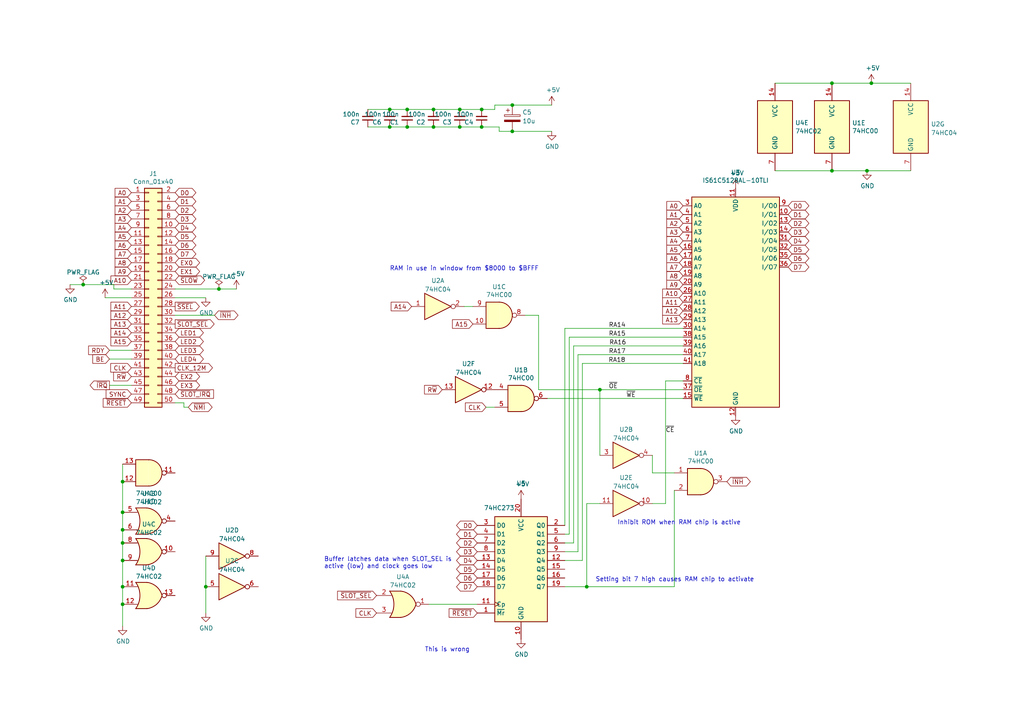
<source format=kicad_sch>
(kicad_sch (version 20230121) (generator eeschema)
  (paper "A4")
  (title_block (title "RAM Board") (date "2023-02-27") (rev "${VERSION}") (company "Six Pixels"))
  (lib_symbols
    (symbol "74xx:74HC02" (pin_names (offset 1.016))
      (property "Reference" "U" (at 0 1.27 0))
      (property "Value" "74HC02" (at 0 -1.27 0))
      (symbol "74HC02_1_1"
        (pin output inverted (at 7.62 0 180) (length 3.81) (name "~") (number "1"))
        (pin input line (at -7.62 2.54 0) (length 4.318) (name "~") (number "2"))
        (pin input line (at -7.62 -2.54 0) (length 4.318) (name "~") (number "3"))
      )
      (symbol "74HC02_1_2"
        (pin output line (at 7.62 0 180) (length 3.81) (name "~") (number "1"))
        (pin input inverted (at -7.62 2.54 0) (length 3.81) (name "~") (number "2"))
        (pin input inverted (at -7.62 -2.54 0) (length 3.81) (name "~") (number "3"))
      )
      (symbol "74HC02_2_1"
        (pin output inverted (at 7.62 0 180) (length 3.81) (name "~") (number "4"))
        (pin input line (at -7.62 2.54 0) (length 4.318) (name "~") (number "5"))
        (pin input line (at -7.62 -2.54 0) (length 4.318) (name "~") (number "6"))
      )
      (symbol "74HC02_2_2"
        (pin output line (at 7.62 0 180) (length 3.81) (name "~") (number "4"))
        (pin input inverted (at -7.62 2.54 0) (length 3.81) (name "~") (number "5"))
        (pin input inverted (at -7.62 -2.54 0) (length 3.81) (name "~") (number "6"))
      )
      (symbol "74HC02_3_1"
        (pin output inverted (at 7.62 0 180) (length 3.81) (name "~") (number "10"))
        (pin input line (at -7.62 2.54 0) (length 4.318) (name "~") (number "8"))
        (pin input line (at -7.62 -2.54 0) (length 4.318) (name "~") (number "9"))
      )
      (symbol "74HC02_3_2"
        (pin output line (at 7.62 0 180) (length 3.81) (name "~") (number "10"))
        (pin input inverted (at -7.62 2.54 0) (length 3.81) (name "~") (number "8"))
        (pin input inverted (at -7.62 -2.54 0) (length 3.81) (name "~") (number "9"))
      )
      (symbol "74HC02_4_1"
        (pin input line (at -7.62 2.54 0) (length 4.318) (name "~") (number "11"))
        (pin input line (at -7.62 -2.54 0) (length 4.318) (name "~") (number "12"))
        (pin output inverted (at 7.62 0 180) (length 3.81) (name "~") (number "13"))
      )
      (symbol "74HC02_4_2"
        (pin input inverted (at -7.62 2.54 0) (length 3.81) (name "~") (number "11"))
        (pin input inverted (at -7.62 -2.54 0) (length 3.81) (name "~") (number "12"))
        (pin output line (at 7.62 0 180) (length 3.81) (name "~") (number "13"))
      )
      (symbol "74HC02_5_0"
        (pin power_in line (at 0 12.7 270) (length 5.08) (name "VCC") (number "14"))
        (pin power_in line (at 0 -12.7 90) (length 5.08) (name "GND") (number "7"))
      )
    )
    (symbol "74xx:74HC04"
      (property "Reference" "U" (at 0 1.27 0))
      (property "Value" "74HC04" (at 0 -1.27 0))
      (symbol "74HC04_1_0"
        (pin input line (at -7.62 0 0) (length 3.81) (name "~") (number "1"))
        (pin output inverted (at 7.62 0 180) (length 3.81) (name "~") (number "2"))
      )
      (symbol "74HC04_2_0"
        (pin input line (at -7.62 0 0) (length 3.81) (name "~") (number "3"))
        (pin output inverted (at 7.62 0 180) (length 3.81) (name "~") (number "4"))
      )
      (symbol "74HC04_3_0"
        (pin input line (at -7.62 0 0) (length 3.81) (name "~") (number "5"))
        (pin output inverted (at 7.62 0 180) (length 3.81) (name "~") (number "6"))
      )
      (symbol "74HC04_4_0"
        (pin output inverted (at 7.62 0 180) (length 3.81) (name "~") (number "8"))
        (pin input line (at -7.62 0 0) (length 3.81) (name "~") (number "9"))
      )
      (symbol "74HC04_5_0"
        (pin output inverted (at 7.62 0 180) (length 3.81) (name "~") (number "10"))
        (pin input line (at -7.62 0 0) (length 3.81) (name "~") (number "11"))
      )
      (symbol "74HC04_6_0"
        (pin output inverted (at 7.62 0 180) (length 3.81) (name "~") (number "12"))
        (pin input line (at -7.62 0 0) (length 3.81) (name "~") (number "13"))
      )
      (symbol "74HC04_7_0"
        (pin power_in line (at 0 12.7 270) (length 5.08) (name "VCC") (number "14"))
        (pin power_in line (at 0 -12.7 90) (length 5.08) (name "GND") (number "7"))
      )
    )
    (symbol "74xx:74LS00" (pin_names (offset 1.016))
      (property "Reference" "U" (at 0 1.27 0))
      (property "Value" "74LS00" (at 0 -1.27 0))
      (symbol "74LS00_1_1"
        (pin input line (at -7.62 2.54 0) (length 3.81) (name "~") (number "1"))
        (pin input line (at -7.62 -2.54 0) (length 3.81) (name "~") (number "2"))
        (pin output inverted (at 7.62 0 180) (length 3.81) (name "~") (number "3"))
      )
      (symbol "74LS00_1_2"
        (pin input inverted (at -7.62 2.54 0) (length 4.318) (name "~") (number "1"))
        (pin input inverted (at -7.62 -2.54 0) (length 4.318) (name "~") (number "2"))
        (pin output line (at 7.62 0 180) (length 3.81) (name "~") (number "3"))
      )
      (symbol "74LS00_2_1"
        (pin input line (at -7.62 2.54 0) (length 3.81) (name "~") (number "4"))
        (pin input line (at -7.62 -2.54 0) (length 3.81) (name "~") (number "5"))
        (pin output inverted (at 7.62 0 180) (length 3.81) (name "~") (number "6"))
      )
      (symbol "74LS00_2_2"
        (pin input inverted (at -7.62 2.54 0) (length 4.318) (name "~") (number "4"))
        (pin input inverted (at -7.62 -2.54 0) (length 4.318) (name "~") (number "5"))
        (pin output line (at 7.62 0 180) (length 3.81) (name "~") (number "6"))
      )
      (symbol "74LS00_3_1"
        (pin input line (at -7.62 -2.54 0) (length 3.81) (name "~") (number "10"))
        (pin output inverted (at 7.62 0 180) (length 3.81) (name "~") (number "8"))
        (pin input line (at -7.62 2.54 0) (length 3.81) (name "~") (number "9"))
      )
      (symbol "74LS00_3_2"
        (pin input inverted (at -7.62 -2.54 0) (length 4.318) (name "~") (number "10"))
        (pin output line (at 7.62 0 180) (length 3.81) (name "~") (number "8"))
        (pin input inverted (at -7.62 2.54 0) (length 4.318) (name "~") (number "9"))
      )
      (symbol "74LS00_4_1"
        (pin output inverted (at 7.62 0 180) (length 3.81) (name "~") (number "11"))
        (pin input line (at -7.62 2.54 0) (length 3.81) (name "~") (number "12"))
        (pin input line (at -7.62 -2.54 0) (length 3.81) (name "~") (number "13"))
      )
      (symbol "74LS00_4_2"
        (pin output line (at 7.62 0 180) (length 3.81) (name "~") (number "11"))
        (pin input inverted (at -7.62 2.54 0) (length 4.318) (name "~") (number "12"))
        (pin input inverted (at -7.62 -2.54 0) (length 4.318) (name "~") (number "13"))
      )
      (symbol "74LS00_5_0"
        (pin power_in line (at 0 12.7 270) (length 5.08) (name "VCC") (number "14"))
        (pin power_in line (at 0 -12.7 90) (length 5.08) (name "GND") (number "7"))
      )
    )
    (symbol "74xx:74LS273"
      (property "Reference" "U" (at -7.62 16.51 0))
      (property "Value" "74LS273" (at -7.62 -16.51 0))
      (symbol "74LS273_1_0"
        (pin input line (at -12.7 -12.7 0) (length 5.08) (name "~{Mr}") (number "1"))
        (pin power_in line (at 0 -20.32 90) (length 5.08) (name "GND") (number "10"))
        (pin input clock (at -12.7 -10.16 0) (length 5.08) (name "Cp") (number "11"))
        (pin output line (at 12.7 2.54 180) (length 5.08) (name "Q4") (number "12"))
        (pin input line (at -12.7 2.54 0) (length 5.08) (name "D4") (number "13"))
        (pin input line (at -12.7 0 0) (length 5.08) (name "D5") (number "14"))
        (pin output line (at 12.7 0 180) (length 5.08) (name "Q5") (number "15"))
        (pin output line (at 12.7 -2.54 180) (length 5.08) (name "Q6") (number "16"))
        (pin input line (at -12.7 -2.54 0) (length 5.08) (name "D6") (number "17"))
        (pin input line (at -12.7 -5.08 0) (length 5.08) (name "D7") (number "18"))
        (pin output line (at 12.7 -5.08 180) (length 5.08) (name "Q7") (number "19"))
        (pin output line (at 12.7 12.7 180) (length 5.08) (name "Q0") (number "2"))
        (pin power_in line (at 0 20.32 270) (length 5.08) (name "VCC") (number "20"))
        (pin input line (at -12.7 12.7 0) (length 5.08) (name "D0") (number "3"))
        (pin input line (at -12.7 10.16 0) (length 5.08) (name "D1") (number "4"))
        (pin output line (at 12.7 10.16 180) (length 5.08) (name "Q1") (number "5"))
        (pin output line (at 12.7 7.62 180) (length 5.08) (name "Q2") (number "6"))
        (pin input line (at -12.7 7.62 0) (length 5.08) (name "D2") (number "7"))
        (pin input line (at -12.7 5.08 0) (length 5.08) (name "D3") (number "8"))
        (pin output line (at 12.7 5.08 180) (length 5.08) (name "Q3") (number "9"))
      )
    )
    (symbol "Connector_Generic:Conn_02x25_Odd_Even" (pin_names (offset 1.016) hide)
      (property "Reference" "J" (at 1.27 33.02 0))
      (property "Value" "Conn_02x25_Odd_Even" (at 1.27 -33.02 0))
      (symbol "Conn_02x25_Odd_Even_1_1"
        (pin passive line (at -5.08 30.48 0) (length 3.81) (name "Pin_1") (number "1"))
        (pin passive line (at 7.62 20.32 180) (length 3.81) (name "Pin_10") (number "10"))
        (pin passive line (at -5.08 17.78 0) (length 3.81) (name "Pin_11") (number "11"))
        (pin passive line (at 7.62 17.78 180) (length 3.81) (name "Pin_12") (number "12"))
        (pin passive line (at -5.08 15.24 0) (length 3.81) (name "Pin_13") (number "13"))
        (pin passive line (at 7.62 15.24 180) (length 3.81) (name "Pin_14") (number "14"))
        (pin passive line (at -5.08 12.7 0) (length 3.81) (name "Pin_15") (number "15"))
        (pin passive line (at 7.62 12.7 180) (length 3.81) (name "Pin_16") (number "16"))
        (pin passive line (at -5.08 10.16 0) (length 3.81) (name "Pin_17") (number "17"))
        (pin passive line (at 7.62 10.16 180) (length 3.81) (name "Pin_18") (number "18"))
        (pin passive line (at -5.08 7.62 0) (length 3.81) (name "Pin_19") (number "19"))
        (pin passive line (at 7.62 30.48 180) (length 3.81) (name "Pin_2") (number "2"))
        (pin passive line (at 7.62 7.62 180) (length 3.81) (name "Pin_20") (number "20"))
        (pin passive line (at -5.08 5.08 0) (length 3.81) (name "Pin_21") (number "21"))
        (pin passive line (at 7.62 5.08 180) (length 3.81) (name "Pin_22") (number "22"))
        (pin passive line (at -5.08 2.54 0) (length 3.81) (name "Pin_23") (number "23"))
        (pin passive line (at 7.62 2.54 180) (length 3.81) (name "Pin_24") (number "24"))
        (pin passive line (at -5.08 0 0) (length 3.81) (name "Pin_25") (number "25"))
        (pin passive line (at 7.62 0 180) (length 3.81) (name "Pin_26") (number "26"))
        (pin passive line (at -5.08 -2.54 0) (length 3.81) (name "Pin_27") (number "27"))
        (pin passive line (at 7.62 -2.54 180) (length 3.81) (name "Pin_28") (number "28"))
        (pin passive line (at -5.08 -5.08 0) (length 3.81) (name "Pin_29") (number "29"))
        (pin passive line (at -5.08 27.94 0) (length 3.81) (name "Pin_3") (number "3"))
        (pin passive line (at 7.62 -5.08 180) (length 3.81) (name "Pin_30") (number "30"))
        (pin passive line (at -5.08 -7.62 0) (length 3.81) (name "Pin_31") (number "31"))
        (pin passive line (at 7.62 -7.62 180) (length 3.81) (name "Pin_32") (number "32"))
        (pin passive line (at -5.08 -10.16 0) (length 3.81) (name "Pin_33") (number "33"))
        (pin passive line (at 7.62 -10.16 180) (length 3.81) (name "Pin_34") (number "34"))
        (pin passive line (at -5.08 -12.7 0) (length 3.81) (name "Pin_35") (number "35"))
        (pin passive line (at 7.62 -12.7 180) (length 3.81) (name "Pin_36") (number "36"))
        (pin passive line (at -5.08 -15.24 0) (length 3.81) (name "Pin_37") (number "37"))
        (pin passive line (at 7.62 -15.24 180) (length 3.81) (name "Pin_38") (number "38"))
        (pin passive line (at -5.08 -17.78 0) (length 3.81) (name "Pin_39") (number "39"))
        (pin passive line (at 7.62 27.94 180) (length 3.81) (name "Pin_4") (number "4"))
        (pin passive line (at 7.62 -17.78 180) (length 3.81) (name "Pin_40") (number "40"))
        (pin passive line (at -5.08 -20.32 0) (length 3.81) (name "Pin_41") (number "41"))
        (pin passive line (at 7.62 -20.32 180) (length 3.81) (name "Pin_42") (number "42"))
        (pin passive line (at -5.08 -22.86 0) (length 3.81) (name "Pin_43") (number "43"))
        (pin passive line (at 7.62 -22.86 180) (length 3.81) (name "Pin_44") (number "44"))
        (pin passive line (at -5.08 -25.4 0) (length 3.81) (name "Pin_45") (number "45"))
        (pin passive line (at 7.62 -25.4 180) (length 3.81) (name "Pin_46") (number "46"))
        (pin passive line (at -5.08 -27.94 0) (length 3.81) (name "Pin_47") (number "47"))
        (pin passive line (at 7.62 -27.94 180) (length 3.81) (name "Pin_48") (number "48"))
        (pin passive line (at -5.08 -30.48 0) (length 3.81) (name "Pin_49") (number "49"))
        (pin passive line (at -5.08 25.4 0) (length 3.81) (name "Pin_5") (number "5"))
        (pin passive line (at 7.62 -30.48 180) (length 3.81) (name "Pin_50") (number "50"))
        (pin passive line (at 7.62 25.4 180) (length 3.81) (name "Pin_6") (number "6"))
        (pin passive line (at -5.08 22.86 0) (length 3.81) (name "Pin_7") (number "7"))
        (pin passive line (at 7.62 22.86 180) (length 3.81) (name "Pin_8") (number "8"))
        (pin passive line (at -5.08 20.32 0) (length 3.81) (name "Pin_9") (number "9"))
      )
    )
    (symbol "Device:C_Polarized" (pin_numbers hide) (pin_names (offset 0.254))
      (property "Reference" "C" (at 0.635 2.54 0))
      (property "Value" "C_Polarized" (at 0.635 -2.54 0))
      (symbol "C_Polarized_1_1"
        (pin passive line (at 0 3.81 270) (length 2.794) (name "~") (number "1"))
        (pin passive line (at 0 -3.81 90) (length 2.794) (name "~") (number "2"))
      )
    )
    (symbol "Device:C_Small" (pin_numbers hide) (pin_names (offset 0.254) hide)
      (property "Reference" "C" (at 0.254 1.778 0))
      (property "Value" "C_Small" (at 0.254 -2.032 0))
      (symbol "C_Small_1_1"
        (pin passive line (at 0 2.54 270) (length 2.032) (name "~") (number "1"))
        (pin passive line (at 0 -2.54 90) (length 2.032) (name "~") (number "2"))
      )
    )
    (symbol "Memory_RAM:IS61C5128AL-10TLI"
      (property "Reference" "U" (at -10.16 31.75 0))
      (property "Value" "IS61C5128AL-10TLI" (at 12.7 31.75 0))
      (symbol "IS61C5128AL-10TLI_1_1"
        (pin no_connect line (at 12.7 -27.94 180) (length 2.54) hide (name "NC") (number "1"))
        (pin bidirectional line (at 15.24 25.4 180) (length 2.54) (name "I/O1") (number "10"))
        (pin power_in line (at 0 33.02 270) (length 2.54) (name "VDD") (number "11"))
        (pin power_in line (at 0 -33.02 90) (length 2.54) (name "GND") (number "12"))
        (pin bidirectional line (at 15.24 22.86 180) (length 2.54) (name "I/O2") (number "13"))
        (pin bidirectional line (at 15.24 20.32 180) (length 2.54) (name "I/O3") (number "14"))
        (pin input line (at -15.24 -27.94 0) (length 2.54) (name "~{WE}") (number "15"))
        (pin input line (at -15.24 15.24 0) (length 2.54) (name "A5") (number "16"))
        (pin input line (at -15.24 12.7 0) (length 2.54) (name "A6") (number "17"))
        (pin input line (at -15.24 10.16 0) (length 2.54) (name "A7") (number "18"))
        (pin input line (at -15.24 7.62 0) (length 2.54) (name "A8") (number "19"))
        (pin no_connect line (at 12.7 -25.4 180) (length 2.54) hide (name "NC") (number "2"))
        (pin input line (at -15.24 5.08 0) (length 2.54) (name "A9") (number "20"))
        (pin no_connect line (at 12.7 -22.86 180) (length 2.54) hide (name "NC") (number "21"))
        (pin no_connect line (at 12.7 -20.32 180) (length 2.54) hide (name "NC") (number "22"))
        (pin no_connect line (at 12.7 -17.78 180) (length 2.54) hide (name "NC") (number "23"))
        (pin no_connect line (at 12.7 -15.24 180) (length 2.54) hide (name "NC") (number "24"))
        (pin no_connect line (at 12.7 -12.7 180) (length 2.54) hide (name "NC") (number "25"))
        (pin input line (at -15.24 2.54 0) (length 2.54) (name "A10") (number "26"))
        (pin input line (at -15.24 0 0) (length 2.54) (name "A11") (number "27"))
        (pin input line (at -15.24 -2.54 0) (length 2.54) (name "A12") (number "28"))
        (pin input line (at -15.24 -5.08 0) (length 2.54) (name "A13") (number "29"))
        (pin input line (at -15.24 27.94 0) (length 2.54) (name "A0") (number "3"))
        (pin input line (at -15.24 -7.62 0) (length 2.54) (name "A14") (number "30"))
        (pin bidirectional line (at 15.24 17.78 180) (length 2.54) (name "I/O4") (number "31"))
        (pin bidirectional line (at 15.24 15.24 180) (length 2.54) (name "I/O5") (number "32"))
        (pin passive line (at 0 33.02 270) (length 2.54) hide (name "VDD") (number "33"))
        (pin passive line (at 0 -33.02 90) (length 2.54) hide (name "GND") (number "34"))
        (pin bidirectional line (at 15.24 12.7 180) (length 2.54) (name "I/O6") (number "35"))
        (pin bidirectional line (at 15.24 10.16 180) (length 2.54) (name "I/O7") (number "36"))
        (pin input line (at -15.24 -25.4 0) (length 2.54) (name "~{OE}") (number "37"))
        (pin input line (at -15.24 -10.16 0) (length 2.54) (name "A15") (number "38"))
        (pin input line (at -15.24 -12.7 0) (length 2.54) (name "A16") (number "39"))
        (pin input line (at -15.24 25.4 0) (length 2.54) (name "A1") (number "4"))
        (pin input line (at -15.24 -15.24 0) (length 2.54) (name "A17") (number "40"))
        (pin input line (at -15.24 -17.78 0) (length 2.54) (name "A18") (number "41"))
        (pin no_connect line (at 12.7 -10.16 180) (length 2.54) hide (name "NC") (number "42"))
        (pin no_connect line (at 12.7 -7.62 180) (length 2.54) hide (name "NC") (number "43"))
        (pin no_connect line (at 12.7 -5.08 180) (length 2.54) hide (name "NC") (number "44"))
        (pin input line (at -15.24 22.86 0) (length 2.54) (name "A2") (number "5"))
        (pin input line (at -15.24 20.32 0) (length 2.54) (name "A3") (number "6"))
        (pin input line (at -15.24 17.78 0) (length 2.54) (name "A4") (number "7"))
        (pin input line (at -15.24 -22.86 0) (length 2.54) (name "~{CE}") (number "8"))
        (pin bidirectional line (at 15.24 27.94 180) (length 2.54) (name "I/O0") (number "9"))
      )
    )
    (symbol "power:+5V" (power) (pin_names (offset 0))
      (property "Value" "+5V" (at 0 3.556 0))
      (symbol "+5V_1_1"
        (pin power_in line (at 0 0 90) (length 0) hide (name "+5V") (number "1"))
      )
    )
    (symbol "power:GND" (power) (pin_names (offset 0))
      (property "Value" "GND" (at 0 -3.81 0))
      (symbol "GND_1_1"
        (pin power_in line (at 0 0 270) (length 0) hide (name "GND") (number "1"))
      )
    )
    (symbol "power:PWR_FLAG" (power) (pin_numbers hide) (pin_names (offset 0) hide)
      (property "Value" "PWR_FLAG" (at 0 3.81 0))
      (symbol "PWR_FLAG_0_0"
        (pin power_out line (at 0 0 90) (length 0) (name "pwr") (number "1"))
      )
    )
  )
  (junction (at 241.3 49.53))
  (junction (at 35.56 139.7))
  (junction (at 170.18 170.18))
  (junction (at 24.13 82.55))
  (junction (at 35.56 148.59))
  (junction (at 35.56 153.67))
  (junction (at 63.5 83.82))
  (junction (at 113.03 36.83))
  (junction (at 139.7 31.75))
  (junction (at 148.59 30.48))
  (junction (at 35.56 157.48))
  (junction (at 59.69 170.18))
  (junction (at 148.59 38.1))
  (junction (at 251.46 49.53))
  (junction (at 113.03 31.75))
  (junction (at 139.7 36.83))
  (junction (at 35.56 175.26))
  (junction (at 133.35 36.83))
  (junction (at 125.73 36.83))
  (junction (at 35.56 162.56))
  (junction (at 118.11 31.75))
  (junction (at 118.11 36.83))
  (junction (at 241.3 24.13))
  (junction (at 35.56 170.18))
  (junction (at 173.99 113.03))
  (junction (at 125.73 31.75))
  (junction (at 133.35 31.75))
  (junction (at 252.73 24.13))
  (wire (pts (xy 24.13 82.55) (xy 20.32 82.55)))
  (wire (pts (xy 134.62 88.9) (xy 137.16 88.9)))
  (wire (pts (xy 139.7 31.75) (xy 143.51 31.75)))
  (wire (pts (xy 59.69 170.18) (xy 59.69 177.8)))
  (wire (pts (xy 170.18 146.05) (xy 173.99 146.05)))
  (wire (pts (xy 33.02 83.82) (xy 33.02 82.55)))
  (wire (pts (xy 198.12 110.49) (xy 193.04 110.49)))
  (wire (pts (xy 189.23 146.05) (xy 193.04 146.05)))
  (wire (pts (xy 195.58 170.18) (xy 170.18 170.18)))
  (wire (pts (xy 30.48 86.36) (xy 38.1 86.36)))
  (wire (pts (xy 143.51 31.75) (xy 143.51 30.48)))
  (wire (pts (xy 167.64 102.87) (xy 167.64 160.02)))
  (wire (pts (xy 125.73 31.75) (xy 133.35 31.75)))
  (wire (pts (xy 152.4 91.44) (xy 156.21 91.44)))
  (wire (pts (xy 106.68 36.83) (xy 113.03 36.83)))
  (wire (pts (xy 35.56 170.18) (xy 35.56 175.26)))
  (wire (pts (xy 241.3 49.53) (xy 251.46 49.53)))
  (wire (pts (xy 193.04 146.05) (xy 193.04 110.49)))
  (wire (pts (xy 31.75 101.6) (xy 38.1 101.6)))
  (wire (pts (xy 198.12 105.41) (xy 168.91 105.41)))
  (wire (pts (xy 31.75 111.76) (xy 38.1 111.76)))
  (wire (pts (xy 167.64 160.02) (xy 163.83 160.02)))
  (wire (pts (xy 148.59 38.1) (xy 160.02 38.1)))
  (wire (pts (xy 168.91 105.41) (xy 168.91 162.56)))
  (wire (pts (xy 170.18 170.18) (xy 163.83 170.18)))
  (wire (pts (xy 144.78 38.1) (xy 148.59 38.1)))
  (wire (pts (xy 113.03 31.75) (xy 118.11 31.75)))
  (wire (pts (xy 158.75 115.57) (xy 198.12 115.57)))
  (wire (pts (xy 59.69 161.29) (xy 59.69 170.18)))
  (wire (pts (xy 170.18 146.05) (xy 170.18 170.18)))
  (wire (pts (xy 252.73 24.13) (xy 264.16 24.13)))
  (wire (pts (xy 133.35 31.75) (xy 139.7 31.75)))
  (wire (pts (xy 35.56 134.62) (xy 35.56 139.7)))
  (wire (pts (xy 68.58 83.82) (xy 63.5 83.82)))
  (wire (pts (xy 33.02 83.82) (xy 38.1 83.82)))
  (wire (pts (xy 189.23 137.16) (xy 195.58 137.16)))
  (wire (pts (xy 165.1 154.94) (xy 163.83 154.94)))
  (wire (pts (xy 35.56 157.48) (xy 35.56 162.56)))
  (wire (pts (xy 224.79 49.53) (xy 241.3 49.53)))
  (wire (pts (xy 198.12 95.25) (xy 163.83 95.25)))
  (wire (pts (xy 124.46 175.26) (xy 138.43 175.26)))
  (wire (pts (xy 63.5 83.82) (xy 50.8 83.82)))
  (wire (pts (xy 165.1 97.79) (xy 165.1 154.94)))
  (wire (pts (xy 148.59 30.48) (xy 160.02 30.48)))
  (wire (pts (xy 118.11 36.83) (xy 125.73 36.83)))
  (wire (pts (xy 173.99 113.03) (xy 198.12 113.03)))
  (wire (pts (xy 139.7 36.83) (xy 144.78 36.83)))
  (wire (pts (xy 35.56 148.59) (xy 35.56 153.67)))
  (wire (pts (xy 33.02 82.55) (xy 24.13 82.55)))
  (wire (pts (xy 125.73 36.83) (xy 133.35 36.83)))
  (wire (pts (xy 198.12 102.87) (xy 167.64 102.87)))
  (wire (pts (xy 198.12 100.33) (xy 166.37 100.33)))
  (wire (pts (xy 35.56 162.56) (xy 35.56 170.18)))
  (wire (pts (xy 189.23 132.08) (xy 189.23 137.16)))
  (wire (pts (xy 224.79 24.13) (xy 241.3 24.13)))
  (wire (pts (xy 31.75 104.14) (xy 38.1 104.14)))
  (wire (pts (xy 195.58 142.24) (xy 195.58 170.18)))
  (wire (pts (xy 133.35 36.83) (xy 139.7 36.83)))
  (wire (pts (xy 144.78 36.83) (xy 144.78 38.1)))
  (wire (pts (xy 53.34 118.11) (xy 53.34 116.84)))
  (wire (pts (xy 156.21 91.44) (xy 156.21 113.03)))
  (wire (pts (xy 166.37 157.48) (xy 163.83 157.48)))
  (wire (pts (xy 35.56 153.67) (xy 35.56 157.48)))
  (wire (pts (xy 35.56 139.7) (xy 35.56 148.59)))
  (wire (pts (xy 113.03 36.83) (xy 118.11 36.83)))
  (wire (pts (xy 54.61 118.11) (xy 53.34 118.11)))
  (wire (pts (xy 106.68 31.75) (xy 113.03 31.75)))
  (wire (pts (xy 241.3 24.13) (xy 252.73 24.13)))
  (wire (pts (xy 165.1 97.79) (xy 198.12 97.79)))
  (wire (pts (xy 143.51 118.11) (xy 140.97 118.11)))
  (wire (pts (xy 163.83 95.25) (xy 163.83 152.4)))
  (wire (pts (xy 143.51 30.48) (xy 148.59 30.48)))
  (wire (pts (xy 53.34 116.84) (xy 50.8 116.84)))
  (wire (pts (xy 168.91 162.56) (xy 163.83 162.56)))
  (wire (pts (xy 59.69 86.36) (xy 50.8 86.36)))
  (wire (pts (xy 118.11 31.75) (xy 125.73 31.75)))
  (wire (pts (xy 166.37 100.33) (xy 166.37 157.48)))
  (wire (pts (xy 62.23 91.44) (xy 50.8 91.44)))
  (wire (pts (xy 35.56 175.26) (xy 35.56 181.61)))
  (wire (pts (xy 156.21 113.03) (xy 173.99 113.03)))
  (wire (pts (xy 251.46 49.53) (xy 264.16 49.53)))
  (wire (pts (xy 173.99 113.03) (xy 173.99 132.08)))
  (text "Inhibit ROM when RAM chip is active" (at 179.07 152.4 0) (effects (font (size 1.27 1.27)) (justify left bottom)))
  (text "This is wrong" (at 123.19 189.23 0) (effects (font (size 1.27 1.27)) (justify left bottom)))
  (text "RAM in use in window from $8000 to $BFFF" (at 113.03 78.74 0) (effects (font (size 1.27 1.27)) (justify left bottom)))
  (text "Buffer latches data when SLOT_SEL is \nactive (low) and clock goes low" (at 93.98 165.1 0) (effects (font (size 1.27 1.27)) (justify left bottom)))
  (text "Setting bit 7 high causes RAM chip to activate" (at 172.72 168.91 0) (effects (font (size 1.27 1.27)) (justify left bottom)))
  (label "~{OE}" (at 176.53 113.03 0))
  (label "RA14" (at 176.53 95.25 0))
  (label "~{CE}" (at 193.04 125.73 0))
  (label "RA17" (at 176.53 102.87 0))
  (label "~{WE}" (at 181.61 115.57 0))
  (label "RA18" (at 176.4508 105.41 0))
  (label "RA15" (at 176.53 97.79 0))
  (label "RA16" (at 176.6798 100.33 0))
  (global_label "LED4" (shape bidirectional) (at 50.8 104.14 0) (property "Intersheetrefs" "${INTERSHEET_REFS}" (effects hide)))
  (global_label "~{SLOT_SEL}" (shape output) (at 50.8 93.98 0) (property "Intersheetrefs" "${INTERSHEET_REFS}" (effects hide)))
  (global_label "A8" (shape input) (at 198.12 80.01 180) (property "Intersheetrefs" "${INTERSHEET_REFS}" (effects hide)))
  (global_label "A5" (shape input) (at 38.1 68.58 180) (property "Intersheetrefs" "${INTERSHEET_REFS}" (effects hide)))
  (global_label "~{RESET}" (shape input) (at 38.1 116.84 180) (property "Intersheetrefs" "${INTERSHEET_REFS}" (effects hide)))
  (global_label "~{SSEL}" (shape output) (at 50.8 88.9 0) (property "Intersheetrefs" "${INTERSHEET_REFS}" (effects hide)))
  (global_label "D2" (shape bidirectional) (at 228.6 64.77 0) (property "Intersheetrefs" "${INTERSHEET_REFS}" (effects hide)))
  (global_label "A4" (shape input) (at 198.12 69.85 180) (property "Intersheetrefs" "${INTERSHEET_REFS}" (effects hide)))
  (global_label "CLK" (shape input) (at 38.1 106.68 180) (property "Intersheetrefs" "${INTERSHEET_REFS}" (effects hide)))
  (global_label "D4" (shape bidirectional) (at 228.6 69.85 0) (property "Intersheetrefs" "${INTERSHEET_REFS}" (effects hide)))
  (global_label "LED1" (shape bidirectional) (at 50.8 96.52 0) (property "Intersheetrefs" "${INTERSHEET_REFS}" (effects hide)))
  (global_label "D6" (shape bidirectional) (at 50.8 71.12 0) (property "Intersheetrefs" "${INTERSHEET_REFS}" (effects hide)))
  (global_label "A3" (shape input) (at 198.12 67.31 180) (property "Intersheetrefs" "${INTERSHEET_REFS}" (effects hide)))
  (global_label "R~{W}" (shape input) (at 38.1 109.22 180) (property "Intersheetrefs" "${INTERSHEET_REFS}" (effects hide)))
  (global_label "R~{W}" (shape input) (at 128.27 113.03 180) (property "Intersheetrefs" "${INTERSHEET_REFS}" (effects hide)))
  (global_label "~{NMI}" (shape bidirectional) (at 54.61 118.11 0) (property "Intersheetrefs" "${INTERSHEET_REFS}" (effects hide)))
  (global_label "~{SLOW}" (shape bidirectional) (at 50.8 81.28 0) (property "Intersheetrefs" "${INTERSHEET_REFS}" (effects hide)))
  (global_label "A7" (shape input) (at 198.12 77.47 180) (property "Intersheetrefs" "${INTERSHEET_REFS}" (effects hide)))
  (global_label "D1" (shape bidirectional) (at 138.43 154.94 180) (property "Intersheetrefs" "${INTERSHEET_REFS}" (effects hide)))
  (global_label "A0" (shape input) (at 198.12 59.69 180) (property "Intersheetrefs" "${INTERSHEET_REFS}" (effects hide)))
  (global_label "D7" (shape bidirectional) (at 228.6 77.47 0) (property "Intersheetrefs" "${INTERSHEET_REFS}" (effects hide)))
  (global_label "A2" (shape input) (at 38.1 60.96 180) (property "Intersheetrefs" "${INTERSHEET_REFS}" (effects hide)))
  (global_label "D2" (shape bidirectional) (at 138.43 157.48 180) (property "Intersheetrefs" "${INTERSHEET_REFS}" (effects hide)))
  (global_label "D1" (shape bidirectional) (at 228.6 62.23 0) (property "Intersheetrefs" "${INTERSHEET_REFS}" (effects hide)))
  (global_label "A1" (shape input) (at 198.12 62.23 180) (property "Intersheetrefs" "${INTERSHEET_REFS}" (effects hide)))
  (global_label "A10" (shape input) (at 38.1 81.28 180) (property "Intersheetrefs" "${INTERSHEET_REFS}" (effects hide)))
  (global_label "A4" (shape input) (at 38.1 66.04 180) (property "Intersheetrefs" "${INTERSHEET_REFS}" (effects hide)))
  (global_label "A5" (shape input) (at 198.12 72.39 180) (property "Intersheetrefs" "${INTERSHEET_REFS}" (effects hide)))
  (global_label "~{SLOT_SEL}" (shape input) (at 109.22 172.72 180) (property "Intersheetrefs" "${INTERSHEET_REFS}" (effects hide)))
  (global_label "~{IRQ}" (shape output) (at 31.75 111.76 180) (property "Intersheetrefs" "${INTERSHEET_REFS}" (effects hide)))
  (global_label "A14" (shape input) (at 38.1 96.52 180) (property "Intersheetrefs" "${INTERSHEET_REFS}" (effects hide)))
  (global_label "CLK" (shape input) (at 109.22 177.8 180) (property "Intersheetrefs" "${INTERSHEET_REFS}" (effects hide)))
  (global_label "LED2" (shape bidirectional) (at 50.8 99.06 0) (property "Intersheetrefs" "${INTERSHEET_REFS}" (effects hide)))
  (global_label "A3" (shape input) (at 38.1 63.5 180) (property "Intersheetrefs" "${INTERSHEET_REFS}" (effects hide)))
  (global_label "D1" (shape bidirectional) (at 50.8 58.42 0) (property "Intersheetrefs" "${INTERSHEET_REFS}" (effects hide)))
  (global_label "A6" (shape input) (at 38.1 71.12 180) (property "Intersheetrefs" "${INTERSHEET_REFS}" (effects hide)))
  (global_label "D6" (shape bidirectional) (at 138.43 167.64 180) (property "Intersheetrefs" "${INTERSHEET_REFS}" (effects hide)))
  (global_label "A12" (shape input) (at 198.12 90.17 180) (property "Intersheetrefs" "${INTERSHEET_REFS}" (effects hide)))
  (global_label "A11" (shape input) (at 38.1 88.9 180) (property "Intersheetrefs" "${INTERSHEET_REFS}" (effects hide)))
  (global_label "D0" (shape bidirectional) (at 138.43 152.4 180) (property "Intersheetrefs" "${INTERSHEET_REFS}" (effects hide)))
  (global_label "BE" (shape input) (at 31.75 104.14 180) (property "Intersheetrefs" "${INTERSHEET_REFS}" (effects hide)))
  (global_label "SYNC" (shape input) (at 38.1 114.3 180) (property "Intersheetrefs" "${INTERSHEET_REFS}" (effects hide)))
  (global_label "D5" (shape bidirectional) (at 138.43 165.1 180) (property "Intersheetrefs" "${INTERSHEET_REFS}" (effects hide)))
  (global_label "A9" (shape input) (at 38.1 78.74 180) (property "Intersheetrefs" "${INTERSHEET_REFS}" (effects hide)))
  (global_label "EX1" (shape bidirectional) (at 50.8 78.74 0) (property "Intersheetrefs" "${INTERSHEET_REFS}" (effects hide)))
  (global_label "~{INH}" (shape bidirectional) (at 62.23 91.44 0) (property "Intersheetrefs" "${INTERSHEET_REFS}" (effects hide)))
  (global_label "A13" (shape input) (at 198.12 92.71 180) (property "Intersheetrefs" "${INTERSHEET_REFS}" (effects hide)))
  (global_label "A13" (shape input) (at 38.1 93.98 180) (property "Intersheetrefs" "${INTERSHEET_REFS}" (effects hide)))
  (global_label "CLK" (shape input) (at 140.97 118.11 180) (property "Intersheetrefs" "${INTERSHEET_REFS}" (effects hide)))
  (global_label "EX0" (shape bidirectional) (at 50.8 76.2 0) (property "Intersheetrefs" "${INTERSHEET_REFS}" (effects hide)))
  (global_label "A15" (shape input) (at 137.16 93.98 180) (property "Intersheetrefs" "${INTERSHEET_REFS}" (effects hide)))
  (global_label "D3" (shape bidirectional) (at 228.6 67.31 0) (property "Intersheetrefs" "${INTERSHEET_REFS}" (effects hide)))
  (global_label "D0" (shape bidirectional) (at 228.6 59.69 0) (property "Intersheetrefs" "${INTERSHEET_REFS}" (effects hide)))
  (global_label "A8" (shape input) (at 38.1 76.2 180) (property "Intersheetrefs" "${INTERSHEET_REFS}" (effects hide)))
  (global_label "A11" (shape input) (at 198.12 87.63 180) (property "Intersheetrefs" "${INTERSHEET_REFS}" (effects hide)))
  (global_label "~{SLOT_IRQ}" (shape input) (at 50.8 114.3 0) (property "Intersheetrefs" "${INTERSHEET_REFS}" (effects hide)))
  (global_label "EX3" (shape bidirectional) (at 50.8 111.76 0) (property "Intersheetrefs" "${INTERSHEET_REFS}" (effects hide)))
  (global_label "CLK_12M" (shape output) (at 50.8 106.68 0) (property "Intersheetrefs" "${INTERSHEET_REFS}" (effects hide)))
  (global_label "D4" (shape bidirectional) (at 50.8 66.04 0) (property "Intersheetrefs" "${INTERSHEET_REFS}" (effects hide)))
  (global_label "D7" (shape bidirectional) (at 138.43 170.18 180) (property "Intersheetrefs" "${INTERSHEET_REFS}" (effects hide)))
  (global_label "D7" (shape bidirectional) (at 50.8 73.66 0) (property "Intersheetrefs" "${INTERSHEET_REFS}" (effects hide)))
  (global_label "A10" (shape input) (at 198.12 85.09 180) (property "Intersheetrefs" "${INTERSHEET_REFS}" (effects hide)))
  (global_label "A12" (shape input) (at 38.1 91.44 180) (property "Intersheetrefs" "${INTERSHEET_REFS}" (effects hide)))
  (global_label "D3" (shape bidirectional) (at 50.8 63.5 0) (property "Intersheetrefs" "${INTERSHEET_REFS}" (effects hide)))
  (global_label "A0" (shape input) (at 38.1 55.88 180) (property "Intersheetrefs" "${INTERSHEET_REFS}" (effects hide)))
  (global_label "D5" (shape bidirectional) (at 50.8 68.58 0) (property "Intersheetrefs" "${INTERSHEET_REFS}" (effects hide)))
  (global_label "EX2" (shape bidirectional) (at 50.8 109.22 0) (property "Intersheetrefs" "${INTERSHEET_REFS}" (effects hide)))
  (global_label "RDY" (shape input) (at 31.75 101.6 180) (property "Intersheetrefs" "${INTERSHEET_REFS}" (effects hide)))
  (global_label "D3" (shape bidirectional) (at 138.43 160.02 180) (property "Intersheetrefs" "${INTERSHEET_REFS}" (effects hide)))
  (global_label "D2" (shape bidirectional) (at 50.8 60.96 0) (property "Intersheetrefs" "${INTERSHEET_REFS}" (effects hide)))
  (global_label "A7" (shape input) (at 38.1 73.66 180) (property "Intersheetrefs" "${INTERSHEET_REFS}" (effects hide)))
  (global_label "~{INH}" (shape bidirectional) (at 210.82 139.7 0) (property "Intersheetrefs" "${INTERSHEET_REFS}" (effects hide)))
  (global_label "~{RESET}" (shape input) (at 138.43 177.8 180) (property "Intersheetrefs" "${INTERSHEET_REFS}" (effects hide)))
  (global_label "A14" (shape input) (at 119.38 88.9 180) (property "Intersheetrefs" "${INTERSHEET_REFS}" (effects hide)))
  (global_label "D4" (shape bidirectional) (at 138.43 162.56 180) (property "Intersheetrefs" "${INTERSHEET_REFS}" (effects hide)))
  (global_label "D6" (shape bidirectional) (at 228.6 74.93 0) (property "Intersheetrefs" "${INTERSHEET_REFS}" (effects hide)))
  (global_label "D0" (shape bidirectional) (at 50.8 55.88 0) (property "Intersheetrefs" "${INTERSHEET_REFS}" (effects hide)))
  (global_label "A1" (shape input) (at 38.1 58.42 180) (property "Intersheetrefs" "${INTERSHEET_REFS}" (effects hide)))
  (global_label "A15" (shape input) (at 38.1 99.06 180) (property "Intersheetrefs" "${INTERSHEET_REFS}" (effects hide)))
  (global_label "D5" (shape bidirectional) (at 228.6 72.39 0) (property "Intersheetrefs" "${INTERSHEET_REFS}" (effects hide)))
  (global_label "LED3" (shape bidirectional) (at 50.8 101.6 0) (property "Intersheetrefs" "${INTERSHEET_REFS}" (effects hide)))
  (global_label "A9" (shape input) (at 198.12 82.55 180) (property "Intersheetrefs" "${INTERSHEET_REFS}" (effects hide)))
  (global_label "A2" (shape input) (at 198.12 64.77 180) (property "Intersheetrefs" "${INTERSHEET_REFS}" (effects hide)))
  (global_label "A6" (shape input) (at 198.12 74.93 180) (property "Intersheetrefs" "${INTERSHEET_REFS}" (effects hide)))
  (symbol (lib_id "Connector_Generic:Conn_02x25_Odd_Even") (at 43.18 86.36 0) (unit 1)
    (property "Reference" "J1" (at 44.45 50.3682 0))
    (property "Value" "Conn_01x40" (at 44.45 52.6796 0))
    (property "Footprint" "Connector_PinHeader_2.54mm:PinHeader_2x25_P2.54mm_Horizontal" (effects hide))
  )
  (symbol (lib_id "power:+5V") (at 68.58 83.82 0) (unit 1)
    (property "Reference" "#PWR0101" (effects hide))
    (property "Value" "+5V" (at 68.961 79.4258 0))
  )
  (symbol (lib_id "power:+5V") (at 30.48 86.36 0) (unit 1)
    (property "Reference" "#PWR0102" (effects hide))
    (property "Value" "+5V" (at 30.861 81.9658 0))
  )
  (symbol (lib_id "power:GND") (at 59.69 86.36 0) (unit 1)
    (property "Reference" "#PWR0103" (effects hide))
    (property "Value" "GND" (at 59.817 90.7542 0))
  )
  (symbol (lib_id "power:GND") (at 20.32 82.55 0) (unit 1)
    (property "Reference" "#PWR0104" (effects hide))
    (property "Value" "GND" (at 20.447 86.9442 0))
  )
  (symbol (lib_id "Memory_RAM:IS61C5128AL-10TLI") (at 213.36 87.63 0) (unit 1)
    (property "Reference" "U3" (at 213.36 50.0126 0))
    (property "Value" "IS61C5128AL-10TLI" (at 213.36 52.324 0))
    (property "Footprint" "Package_SO:TSOP-II-44_10.16x18.41mm_P0.8mm" (effects hide))
    (property "Datasheet" "http://www.issi.com/WW/pdf/61-64C5128AL.pdf" (effects hide))
  )
  (symbol (lib_id "power:GND") (at 213.36 120.65 0) (unit 1)
    (property "Reference" "#PWR0105" (effects hide))
    (property "Value" "GND" (at 213.487 125.0442 0))
  )
  (symbol (lib_id "74xx:74LS00") (at 203.2 139.7 0) (unit 1)
    (property "Reference" "U1" (at 203.2 131.445 0))
    (property "Value" "74HC00" (at 203.2 133.7564 0))
    (property "Footprint" "Package_DIP:DIP-14_W7.62mm_Socket" (effects hide))
    (property "Datasheet" "http://www.ti.com/lit/gpn/sn74ls00" (effects hide))
  )
  (symbol (lib_id "74xx:74LS00") (at 151.13 115.57 0) (unit 2)
    (property "Reference" "U1" (at 151.13 107.315 0))
    (property "Value" "74HC00" (at 151.13 109.6264 0))
    (property "Footprint" "Package_DIP:DIP-14_W7.62mm_Socket" (effects hide))
    (property "Datasheet" "http://www.ti.com/lit/gpn/sn74ls00" (effects hide))
  )
  (symbol (lib_id "74xx:74LS00") (at 144.78 91.44 0) (unit 3)
    (property "Reference" "U1" (at 144.78 83.185 0))
    (property "Value" "74HC00" (at 144.78 85.4964 0))
    (property "Footprint" "Package_DIP:DIP-14_W7.62mm_Socket" (effects hide))
    (property "Datasheet" "http://www.ti.com/lit/gpn/sn74ls00" (effects hide))
  )
  (symbol (lib_id "74xx:74LS00") (at 241.3 36.83 0) (unit 5)
    (property "Reference" "U1" (at 247.142 35.6616 0) (effects (justify left)))
    (property "Value" "74HC00" (at 247.142 37.973 0) (effects (justify left)))
    (property "Footprint" "Package_DIP:DIP-14_W7.62mm_Socket" (effects hide))
    (property "Datasheet" "http://www.ti.com/lit/gpn/sn74ls00" (effects hide))
  )
  (symbol (lib_id "power:GND") (at 151.13 185.42 0) (unit 1)
    (property "Reference" "#PWR0113" (effects hide))
    (property "Value" "GND" (at 151.257 189.8142 0))
  )
  (symbol (lib_id "74xx:74LS273") (at 151.13 165.1 0) (unit 1)
    (property "Reference" "U5" (at 151.13 140.1826 0))
    (property "Value" "74HC273" (at 144.78 147.32 0))
    (property "Footprint" "Package_DIP:DIP-20_W7.62mm_Socket" (effects hide))
    (property "Datasheet" "http://www.ti.com/lit/gpn/sn74LS273" (effects hide))
  )
  (symbol (lib_id "74xx:74LS00") (at 43.18 137.16 0) (mirror x) (unit 4)
    (property "Reference" "U1" (at 43.18 145.415 0))
    (property "Value" "74HC00" (at 43.18 143.1036 0))
    (property "Footprint" "Package_DIP:DIP-14_W7.62mm_Socket" (effects hide))
    (property "Datasheet" "http://www.ti.com/lit/gpn/sn74ls00" (effects hide))
  )
  (symbol (lib_id "power:GND") (at 59.69 177.8 0) (unit 1)
    (property "Reference" "#PWR0110" (effects hide))
    (property "Value" "GND" (at 59.817 182.1942 0))
  )
  (symbol (lib_id "power:GND") (at 35.56 181.61 0) (unit 1)
    (property "Reference" "#PWR01" (effects hide))
    (property "Value" "GND" (at 35.687 186.0042 0))
  )
  (symbol (lib_id "74xx:74HC04") (at 135.89 113.03 0) (unit 6)
    (property "Reference" "U2" (at 135.89 105.5202 0))
    (property "Value" "74HC04" (at 135.89 108.0571 0))
    (property "Footprint" "Package_DIP:DIP-14_W7.62mm_Socket" (effects hide))
    (property "Datasheet" "https://assets.nexperia.com/documents/data-sheet/74HC_HCT04.pdf" (effects hide))
  )
  (symbol (lib_id "power:GND") (at 160.02 38.1 0) (unit 1)
    (property "Reference" "#PWR0112" (effects hide))
    (property "Value" "GND" (at 160.147 42.4942 0))
  )
  (symbol (lib_id "Device:C_Small") (at 125.73 34.29 180) (unit 1)
    (property "Reference" "C2" (at 123.3932 35.4584 0) (effects (justify left)))
    (property "Value" "100n" (at 123.3932 33.147 0) (effects (justify left)))
    (property "Footprint" "Capacitor_THT:C_Disc_D4.3mm_W1.9mm_P5.00mm" (effects hide))
  )
  (symbol (lib_id "74xx:74HC04") (at 127 88.9 0) (unit 1)
    (property "Reference" "U2" (at 127 81.3902 0))
    (property "Value" "74HC04" (at 127 83.9271 0))
    (property "Footprint" "Package_DIP:DIP-14_W7.62mm_Socket" (effects hide))
    (property "Datasheet" "https://assets.nexperia.com/documents/data-sheet/74HC_HCT04.pdf" (effects hide))
  )
  (symbol (lib_id "74xx:74HC02") (at 116.84 175.26 0) (unit 1)
    (property "Reference" "U4" (at 116.84 167.3057 0))
    (property "Value" "74HC02" (at 116.84 169.7299 0))
    (property "Footprint" "Package_DIP:DIP-14_W7.62mm_Socket" (effects hide))
    (property "Datasheet" "http://www.ti.com/lit/gpn/sn74hc02" (effects hide))
  )
  (symbol (lib_id "74xx:74HC02") (at 43.18 160.02 0) (unit 3)
    (property "Reference" "U4" (at 43.18 152.0657 0))
    (property "Value" "74HC02" (at 43.18 154.4899 0))
    (property "Footprint" "Package_DIP:DIP-14_W7.62mm_Socket" (effects hide))
    (property "Datasheet" "http://www.ti.com/lit/gpn/sn74hc02" (effects hide))
  )
  (symbol (lib_id "74xx:74HC04") (at 264.16 36.83 0) (unit 7)
    (property "Reference" "U2" (at 270.002 35.9953 0) (effects (justify left)))
    (property "Value" "74HC04" (at 270.002 38.5322 0) (effects (justify left)))
    (property "Footprint" "Package_DIP:DIP-14_W7.62mm_Socket" (effects hide))
    (property "Datasheet" "https://assets.nexperia.com/documents/data-sheet/74HC_HCT04.pdf" (effects hide))
  )
  (symbol (lib_id "74xx:74HC04") (at 181.61 132.08 0) (unit 2)
    (property "Reference" "U2" (at 181.61 124.5702 0))
    (property "Value" "74HC04" (at 181.61 127.1071 0))
    (property "Footprint" "Package_DIP:DIP-14_W7.62mm_Socket" (effects hide))
    (property "Datasheet" "https://assets.nexperia.com/documents/data-sheet/74HC_HCT04.pdf" (effects hide))
  )
  (symbol (lib_id "Device:C_Small") (at 133.35 34.29 180) (unit 1)
    (property "Reference" "C3" (at 131.0132 35.4584 0) (effects (justify left)))
    (property "Value" "100n" (at 131.0132 33.147 0) (effects (justify left)))
    (property "Footprint" "Capacitor_THT:C_Disc_D4.3mm_W1.9mm_P5.00mm" (effects hide))
  )
  (symbol (lib_id "74xx:74HC02") (at 224.79 36.83 0) (unit 5)
    (property "Reference" "U4" (at 230.632 35.6179 0) (effects (justify left)))
    (property "Value" "74HC02" (at 230.632 38.0421 0) (effects (justify left)))
    (property "Footprint" "Package_DIP:DIP-14_W7.62mm_Socket" (effects hide))
    (property "Datasheet" "http://www.ti.com/lit/gpn/sn74hc02" (effects hide))
  )
  (symbol (lib_id "74xx:74HC04") (at 181.61 146.05 0) (unit 5)
    (property "Reference" "U2" (at 181.61 138.5402 0))
    (property "Value" "74HC04" (at 181.61 141.0771 0))
    (property "Footprint" "Package_DIP:DIP-14_W7.62mm_Socket" (effects hide))
    (property "Datasheet" "https://assets.nexperia.com/documents/data-sheet/74HC_HCT04.pdf" (effects hide))
  )
  (symbol (lib_id "power:PWR_FLAG") (at 63.5 83.82 0) (unit 1)
    (property "Reference" "#FLG0101" (effects hide))
    (property "Value" "PWR_FLAG" (at 63.5 80.2442 0))
  )
  (symbol (lib_id "74xx:74HC04") (at 67.31 161.29 0) (unit 4)
    (property "Reference" "U2" (at 67.31 153.7802 0))
    (property "Value" "74HC04" (at 67.31 156.3171 0))
    (property "Footprint" "Package_DIP:DIP-14_W7.62mm_Socket" (effects hide))
    (property "Datasheet" "https://assets.nexperia.com/documents/data-sheet/74HC_HCT04.pdf" (effects hide))
  )
  (symbol (lib_id "power:+5V") (at 252.73 24.13 0) (unit 1)
    (property "Reference" "#PWR0108" (effects hide))
    (property "Value" "+5V" (at 253.111 19.7358 0))
  )
  (symbol (lib_id "Device:C_Polarized") (at 148.59 34.29 0) (unit 1)
    (property "Reference" "C5" (at 151.511 32.5663 0) (effects (justify left)))
    (property "Value" "10u" (at 151.511 35.1032 0) (effects (justify left)))
    (property "Footprint" "Capacitor_THT:C_Radial_D5.0mm_H11.0mm_P2.00mm" (effects hide))
  )
  (symbol (lib_id "Device:C_Small") (at 139.7 34.29 180) (unit 1)
    (property "Reference" "C4" (at 137.3632 35.4584 0) (effects (justify left)))
    (property "Value" "100n" (at 137.3632 33.147 0) (effects (justify left)))
    (property "Footprint" "Capacitor_THT:C_Disc_D4.3mm_W1.9mm_P5.00mm" (effects hide))
  )
  (symbol (lib_id "power:+5V") (at 151.13 144.78 0) (unit 1)
    (property "Reference" "#PWR0109" (effects hide))
    (property "Value" "+5V" (at 151.511 140.3858 0))
  )
  (symbol (lib_id "Device:C_Small") (at 118.11 34.29 180) (unit 1)
    (property "Reference" "C1" (at 115.7732 35.4584 0) (effects (justify left)))
    (property "Value" "100n" (at 115.7732 33.147 0) (effects (justify left)))
    (property "Footprint" "Capacitor_THT:C_Disc_D4.3mm_W1.9mm_P5.00mm" (effects hide))
  )
  (symbol (lib_id "power:PWR_FLAG") (at 24.13 82.55 0) (unit 1)
    (property "Reference" "#FLG0102" (effects hide))
    (property "Value" "PWR_FLAG" (at 24.13 78.9742 0))
  )
  (symbol (lib_id "Device:C_Small") (at 113.03 34.29 180) (unit 1)
    (property "Reference" "C6" (at 110.6932 35.4584 0) (effects (justify left)))
    (property "Value" "100n" (at 110.6932 33.147 0) (effects (justify left)))
    (property "Footprint" "Capacitor_THT:C_Disc_D4.3mm_W1.9mm_P5.00mm" (effects hide))
  )
  (symbol (lib_id "74xx:74HC02") (at 43.18 151.13 0) (unit 2)
    (property "Reference" "U4" (at 43.18 143.1757 0))
    (property "Value" "74HC02" (at 43.18 145.5999 0))
    (property "Footprint" "Package_DIP:DIP-14_W7.62mm_Socket" (effects hide))
    (property "Datasheet" "http://www.ti.com/lit/gpn/sn74hc02" (effects hide))
  )
  (symbol (lib_id "power:GND") (at 251.46 49.53 0) (unit 1)
    (property "Reference" "#PWR0106" (effects hide))
    (property "Value" "GND" (at 251.587 53.9242 0))
  )
  (symbol (lib_id "74xx:74HC02") (at 43.18 172.72 0) (unit 4)
    (property "Reference" "U4" (at 43.18 164.7657 0))
    (property "Value" "74HC02" (at 43.18 167.1899 0))
    (property "Footprint" "Package_DIP:DIP-14_W7.62mm_Socket" (effects hide))
    (property "Datasheet" "http://www.ti.com/lit/gpn/sn74hc02" (effects hide))
  )
  (symbol (lib_id "Device:C_Small") (at 106.68 34.29 180) (unit 1)
    (property "Reference" "C7" (at 104.3432 35.4584 0) (effects (justify left)))
    (property "Value" "100n" (at 104.3432 33.147 0) (effects (justify left)))
    (property "Footprint" "Capacitor_THT:C_Disc_D4.3mm_W1.9mm_P5.00mm" (effects hide))
  )
  (symbol (lib_id "power:+5V") (at 160.02 30.48 0) (unit 1)
    (property "Reference" "#PWR0111" (effects hide))
    (property "Value" "+5V" (at 160.401 26.0858 0))
  )
  (symbol (lib_id "power:+5V") (at 213.36 54.61 0) (unit 1)
    (property "Reference" "#PWR0107" (effects hide))
    (property "Value" "+5V" (at 213.741 50.2158 0))
  )
  (symbol (lib_id "74xx:74HC04") (at 67.31 170.18 0) (unit 3)
    (property "Reference" "U2" (at 67.31 162.6702 0))
    (property "Value" "74HC04" (at 67.31 165.2071 0))
    (property "Footprint" "Package_DIP:DIP-14_W7.62mm_Socket" (effects hide))
    (property "Datasheet" "https://assets.nexperia.com/documents/data-sheet/74HC_HCT04.pdf" (effects hide))
  )
)
</source>
